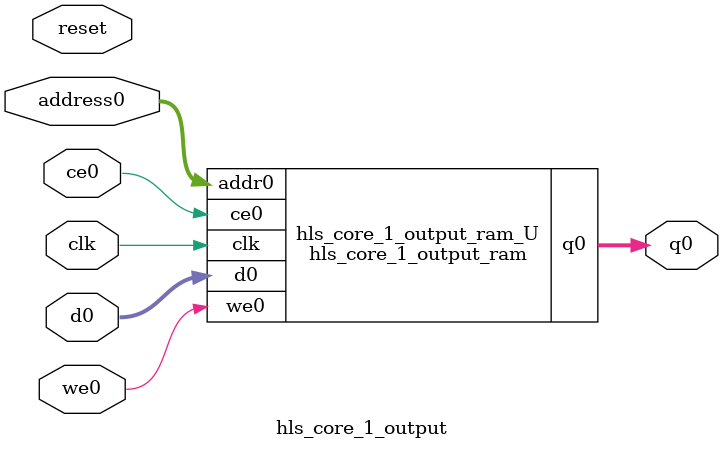
<source format=v>
`timescale 1 ns / 1 ps
module hls_core_1_output_ram (addr0, ce0, d0, we0, q0,  clk);

parameter DWIDTH = 32;
parameter AWIDTH = 14;
parameter MEM_SIZE = 9604;

input[AWIDTH-1:0] addr0;
input ce0;
input[DWIDTH-1:0] d0;
input we0;
output reg[DWIDTH-1:0] q0;
input clk;

(* ram_style = "block" *)reg [DWIDTH-1:0] ram[0:MEM_SIZE-1];




always @(posedge clk)  
begin 
    if (ce0) 
    begin
        if (we0) 
        begin 
            ram[addr0] <= d0; 
        end 
        q0 <= ram[addr0];
    end
end


endmodule

`timescale 1 ns / 1 ps
module hls_core_1_output(
    reset,
    clk,
    address0,
    ce0,
    we0,
    d0,
    q0);

parameter DataWidth = 32'd32;
parameter AddressRange = 32'd9604;
parameter AddressWidth = 32'd14;
input reset;
input clk;
input[AddressWidth - 1:0] address0;
input ce0;
input we0;
input[DataWidth - 1:0] d0;
output[DataWidth - 1:0] q0;



hls_core_1_output_ram hls_core_1_output_ram_U(
    .clk( clk ),
    .addr0( address0 ),
    .ce0( ce0 ),
    .we0( we0 ),
    .d0( d0 ),
    .q0( q0 ));

endmodule


</source>
